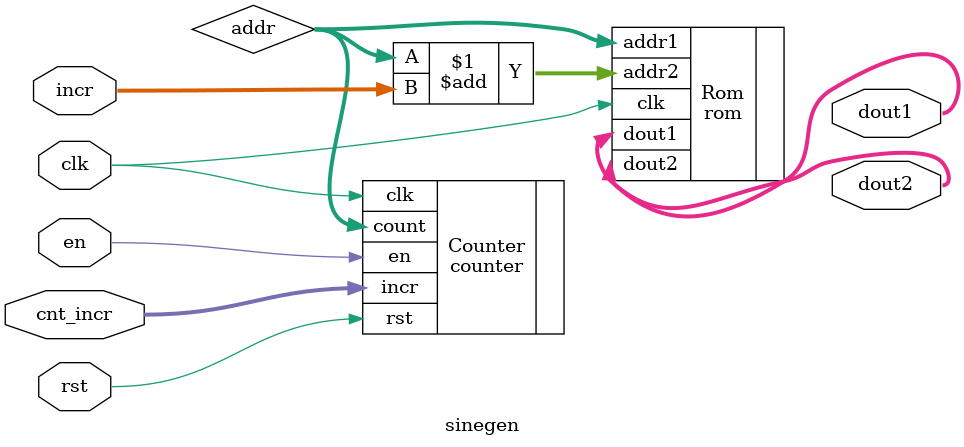
<source format=sv>
module sinegen #(
    parameter COUNT_WIDTH = 8,
               DATA_WIDTH  = 8
) (
    input logic [COUNT_WIDTH-1:0] incr,
    input logic rst,
    input logic en,
    input logic clk,
    input logic [COUNT_WIDTH-1:0] cnt_incr,
    output logic [DATA_WIDTH-1:0] dout1,
    output logic [DATA_WIDTH-1:0] dout2
);

    logic [COUNT_WIDTH-1:0] addr;

    counter Counter(
        .rst(rst),
        .en(en),
        .incr(cnt_incr),
        .clk(clk),
        .count(addr)
    );

    rom Rom(
        .clk(clk),
        .addr1(addr),
        .addr2(addr + incr),
        .dout1(dout1),
        .dout2(dout2)
    );

endmodule

</source>
